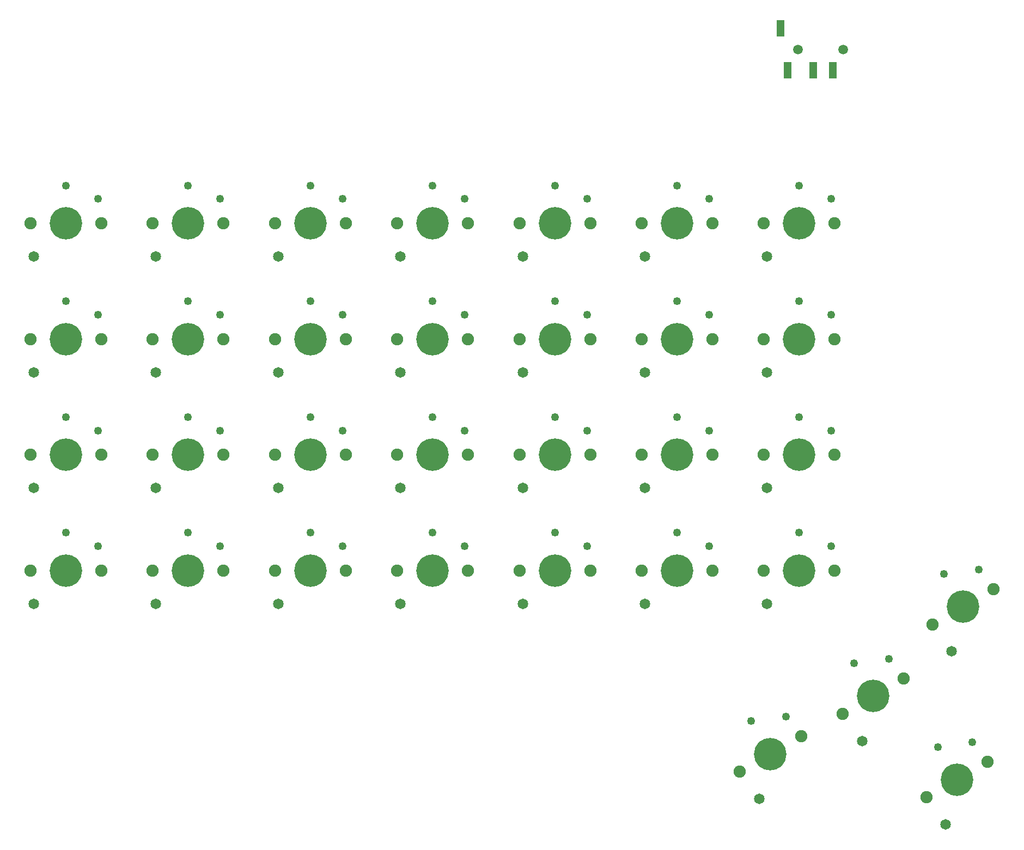
<source format=gbr>
%TF.GenerationSoftware,KiCad,Pcbnew,(6.0.9)*%
%TF.CreationDate,2022-12-02T11:33:43-08:00*%
%TF.ProjectId,keyboard_left,6b657962-6f61-4726-945f-6c6566742e6b,rev?*%
%TF.SameCoordinates,Original*%
%TF.FileFunction,Soldermask,Top*%
%TF.FilePolarity,Negative*%
%FSLAX46Y46*%
G04 Gerber Fmt 4.6, Leading zero omitted, Abs format (unit mm)*
G04 Created by KiCad (PCBNEW (6.0.9)) date 2022-12-02 11:33:43*
%MOMM*%
%LPD*%
G01*
G04 APERTURE LIST*
%ADD10C,1.250000*%
%ADD11C,1.900000*%
%ADD12C,1.650000*%
%ADD13C,5.050000*%
%ADD14C,1.500000*%
%ADD15R,1.200000X2.500000*%
G04 APERTURE END LIST*
D10*
%TO.C,SW27*%
X74500000Y-87700000D03*
D11*
X64000000Y-91500000D03*
D10*
X69500000Y-85600000D03*
D12*
X64500000Y-96650000D03*
D11*
X75000000Y-91500000D03*
D13*
X69500000Y-91500000D03*
%TD*%
%TO.C,SW9*%
X145500000Y-55500000D03*
D10*
X145500000Y-49600000D03*
X150500000Y-51700000D03*
D11*
X151000000Y-55500000D03*
D12*
X140500000Y-60650000D03*
D11*
X140000000Y-55500000D03*
%TD*%
D12*
%TO.C,SW11*%
X140500000Y-96650000D03*
D13*
X145500000Y-91500000D03*
D11*
X140000000Y-91500000D03*
X151000000Y-91500000D03*
D10*
X145500000Y-85600000D03*
X150500000Y-87700000D03*
%TD*%
D13*
%TO.C,SW15*%
X157000000Y-129000000D03*
D11*
X152236860Y-131750000D03*
D12*
X155244873Y-135960031D03*
D11*
X161763140Y-126250000D03*
D10*
X159430127Y-123209103D03*
X154050000Y-123890450D03*
%TD*%
D11*
%TO.C,SW5*%
X121000000Y-109500000D03*
D10*
X131500000Y-105700000D03*
D12*
X121500000Y-114650000D03*
D13*
X126500000Y-109500000D03*
D10*
X126500000Y-103600000D03*
D11*
X132000000Y-109500000D03*
%TD*%
D13*
%TO.C,SW14*%
X170000000Y-142000000D03*
D10*
X167050000Y-136890450D03*
D11*
X174763140Y-139250000D03*
X165236860Y-144750000D03*
D12*
X168244873Y-148960031D03*
D10*
X172430127Y-136209103D03*
%TD*%
D11*
%TO.C,SW21*%
X37000000Y-109500000D03*
D12*
X26500000Y-114650000D03*
D10*
X36500000Y-105700000D03*
D11*
X26000000Y-109500000D03*
D13*
X31500000Y-109500000D03*
D10*
X31500000Y-103600000D03*
%TD*%
D11*
%TO.C,SW3*%
X113000000Y-91500000D03*
X102000000Y-91500000D03*
D10*
X107500000Y-85600000D03*
D13*
X107500000Y-91500000D03*
D10*
X112500000Y-87700000D03*
D12*
X102500000Y-96650000D03*
%TD*%
D11*
%TO.C,SW10*%
X140000000Y-73500000D03*
X151000000Y-73500000D03*
D13*
X145500000Y-73500000D03*
D10*
X145500000Y-67600000D03*
D12*
X140500000Y-78650000D03*
D10*
X150500000Y-69700000D03*
%TD*%
D14*
%TO.C,J1*%
X145287500Y-28437500D03*
X152287500Y-28437500D03*
D15*
X147687500Y-31687500D03*
X150687500Y-31687500D03*
X142587500Y-25187500D03*
X143687500Y-31687500D03*
%TD*%
D12*
%TO.C,SW24*%
X26500000Y-60650000D03*
D10*
X36500000Y-51700000D03*
D13*
X31500000Y-55500000D03*
D10*
X31500000Y-49600000D03*
D11*
X37000000Y-55500000D03*
X26000000Y-55500000D03*
%TD*%
%TO.C,SW26*%
X75000000Y-73500000D03*
D12*
X64500000Y-78650000D03*
D10*
X69500000Y-67600000D03*
X74500000Y-69700000D03*
D13*
X69500000Y-73500000D03*
D11*
X64000000Y-73500000D03*
%TD*%
D12*
%TO.C,SW16*%
X139244873Y-144960031D03*
D11*
X145763140Y-135250000D03*
X136236860Y-140750000D03*
D10*
X138050000Y-132890450D03*
D13*
X141000000Y-138000000D03*
D10*
X143430127Y-132209103D03*
%TD*%
%TO.C,SW2*%
X112500000Y-69700000D03*
D12*
X102500000Y-78650000D03*
D10*
X107500000Y-67600000D03*
D13*
X107500000Y-73500000D03*
D11*
X102000000Y-73500000D03*
X113000000Y-73500000D03*
%TD*%
%TO.C,SW25*%
X75000000Y-55500000D03*
D10*
X74500000Y-51700000D03*
X69500000Y-49600000D03*
D13*
X69500000Y-55500000D03*
D12*
X64500000Y-60650000D03*
D11*
X64000000Y-55500000D03*
%TD*%
%TO.C,SW13*%
X166186860Y-117859550D03*
D13*
X170950000Y-115109550D03*
D10*
X173380127Y-109318653D03*
D12*
X169194873Y-122069581D03*
D10*
X168000000Y-110000000D03*
D11*
X175713140Y-112359550D03*
%TD*%
D13*
%TO.C,SW32*%
X88500000Y-109500000D03*
D10*
X93500000Y-105700000D03*
X88500000Y-103600000D03*
D11*
X83000000Y-109500000D03*
X94000000Y-109500000D03*
D12*
X83500000Y-114650000D03*
%TD*%
D13*
%TO.C,SW12*%
X145500000Y-109500000D03*
D10*
X150500000Y-105700000D03*
D11*
X140000000Y-109500000D03*
X151000000Y-109500000D03*
D10*
X145500000Y-103600000D03*
D12*
X140500000Y-114650000D03*
%TD*%
D11*
%TO.C,SW18*%
X56000000Y-91500000D03*
D10*
X50500000Y-85600000D03*
X55500000Y-87700000D03*
D11*
X45000000Y-91500000D03*
D13*
X50500000Y-91500000D03*
D12*
X45500000Y-96650000D03*
%TD*%
%TO.C,SW29*%
X83500000Y-60650000D03*
D10*
X93500000Y-51700000D03*
D11*
X94000000Y-55500000D03*
X83000000Y-55500000D03*
D10*
X88500000Y-49600000D03*
D13*
X88500000Y-55500000D03*
%TD*%
D11*
%TO.C,SW28*%
X64000000Y-109500000D03*
X75000000Y-109500000D03*
D10*
X74500000Y-105700000D03*
D12*
X64500000Y-114650000D03*
D13*
X69500000Y-109500000D03*
D10*
X69500000Y-103600000D03*
%TD*%
D11*
%TO.C,SW30*%
X83000000Y-73500000D03*
D12*
X83500000Y-78650000D03*
D11*
X94000000Y-73500000D03*
D10*
X88500000Y-67600000D03*
D13*
X88500000Y-73500000D03*
D10*
X93500000Y-69700000D03*
%TD*%
D12*
%TO.C,SW8*%
X121500000Y-60650000D03*
D10*
X131500000Y-51700000D03*
D11*
X132000000Y-55500000D03*
X121000000Y-55500000D03*
D13*
X126500000Y-55500000D03*
D10*
X126500000Y-49600000D03*
%TD*%
D11*
%TO.C,SW1*%
X113000000Y-55500000D03*
D13*
X107500000Y-55500000D03*
D10*
X112500000Y-51700000D03*
D12*
X102500000Y-60650000D03*
D11*
X102000000Y-55500000D03*
D10*
X107500000Y-49600000D03*
%TD*%
%TO.C,SW7*%
X126500000Y-67600000D03*
D11*
X121000000Y-73500000D03*
D13*
X126500000Y-73500000D03*
D10*
X131500000Y-69700000D03*
D11*
X132000000Y-73500000D03*
D12*
X121500000Y-78650000D03*
%TD*%
D13*
%TO.C,SW31*%
X88500000Y-91500000D03*
D11*
X83000000Y-91500000D03*
D10*
X93500000Y-87700000D03*
X88500000Y-85600000D03*
D12*
X83500000Y-96650000D03*
D11*
X94000000Y-91500000D03*
%TD*%
D13*
%TO.C,SW23*%
X31500000Y-73500000D03*
D11*
X37000000Y-73500000D03*
X26000000Y-73500000D03*
D10*
X31500000Y-67600000D03*
X36500000Y-69700000D03*
D12*
X26500000Y-78650000D03*
%TD*%
%TO.C,SW6*%
X121500000Y-96650000D03*
D10*
X131500000Y-87700000D03*
D11*
X121000000Y-91500000D03*
X132000000Y-91500000D03*
D13*
X126500000Y-91500000D03*
D10*
X126500000Y-85600000D03*
%TD*%
%TO.C,SW22*%
X36500000Y-87700000D03*
D11*
X26000000Y-91500000D03*
D10*
X31500000Y-85600000D03*
D13*
X31500000Y-91500000D03*
D12*
X26500000Y-96650000D03*
D11*
X37000000Y-91500000D03*
%TD*%
D12*
%TO.C,SW17*%
X45500000Y-114650000D03*
D11*
X56000000Y-109500000D03*
D13*
X50500000Y-109500000D03*
D11*
X45000000Y-109500000D03*
D10*
X50500000Y-103600000D03*
X55500000Y-105700000D03*
%TD*%
D12*
%TO.C,SW4*%
X102500000Y-114650000D03*
D13*
X107500000Y-109500000D03*
D10*
X107500000Y-103600000D03*
D11*
X102000000Y-109500000D03*
D10*
X112500000Y-105700000D03*
D11*
X113000000Y-109500000D03*
%TD*%
D10*
%TO.C,SW20*%
X50500000Y-49600000D03*
D11*
X45000000Y-55500000D03*
D10*
X55500000Y-51700000D03*
D13*
X50500000Y-55500000D03*
D11*
X56000000Y-55500000D03*
D12*
X45500000Y-60650000D03*
%TD*%
D11*
%TO.C,SW19*%
X45000000Y-73500000D03*
D13*
X50500000Y-73500000D03*
D10*
X55500000Y-69700000D03*
D11*
X56000000Y-73500000D03*
D12*
X45500000Y-78650000D03*
D10*
X50500000Y-67600000D03*
%TD*%
M02*

</source>
